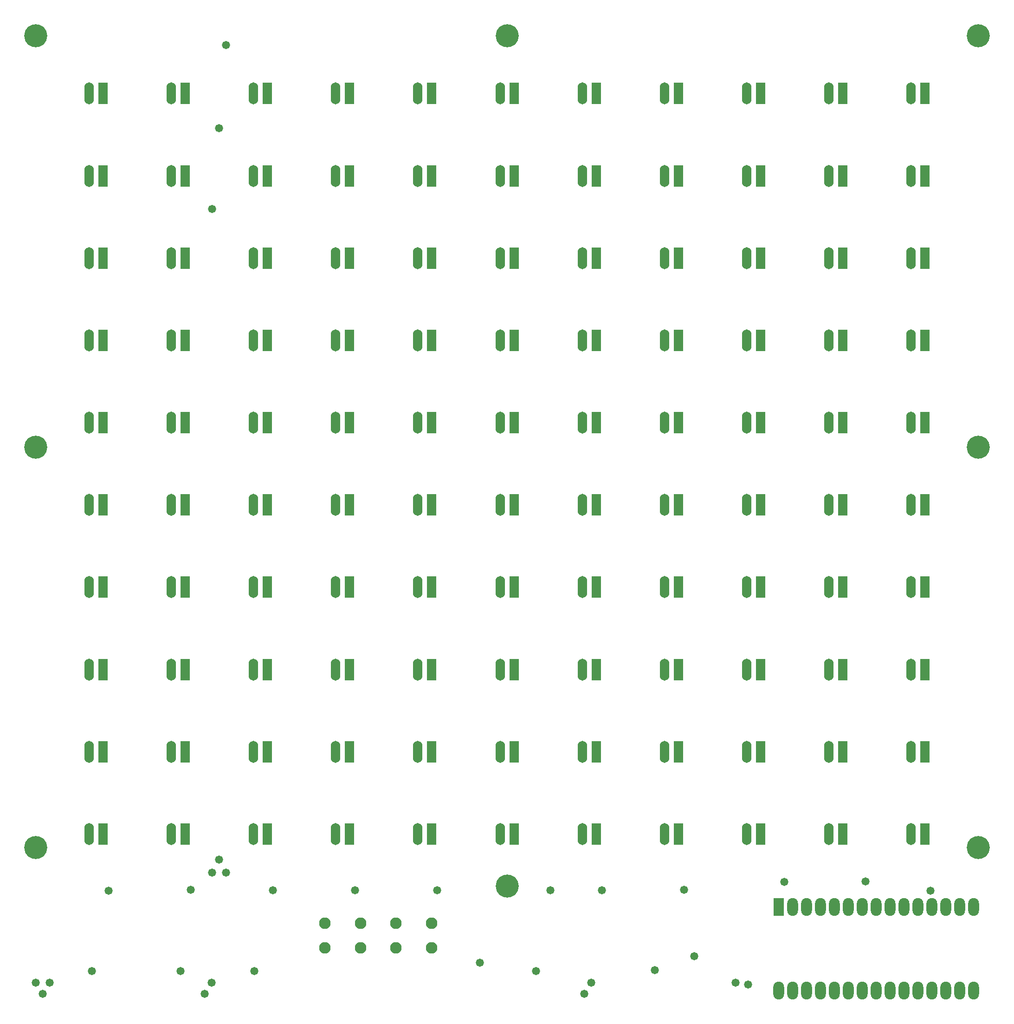
<source format=gbs>
G04 Layer_Color=16711935*
%FSLAX25Y25*%
%MOIN*%
G70*
G01*
G75*
%ADD28R,0.06800X0.15800*%
%ADD29O,0.06800X0.15800*%
%ADD30C,0.08300*%
%ADD31C,0.16548*%
%ADD32O,0.07800X0.12800*%
%ADD33R,0.07800X0.12800*%
%ADD34C,0.05800*%
D28*
X-290276Y265748D02*
D03*
X-231221D02*
D03*
X-172166D02*
D03*
X-113111D02*
D03*
X-54056D02*
D03*
X5000D02*
D03*
X64055D02*
D03*
X123110D02*
D03*
X182165D02*
D03*
X241220D02*
D03*
X300275D02*
D03*
X-290276Y206693D02*
D03*
X-231221Y206693D02*
D03*
X-172166Y206693D02*
D03*
X-113111D02*
D03*
X-54056D02*
D03*
X5000D02*
D03*
X64055D02*
D03*
X123110D02*
D03*
X182165D02*
D03*
X241220D02*
D03*
X300275D02*
D03*
X-290276Y147638D02*
D03*
X-231221D02*
D03*
X-172166D02*
D03*
X-113111D02*
D03*
X-54056D02*
D03*
X5000D02*
D03*
X64055D02*
D03*
X123110D02*
D03*
X182165D02*
D03*
X241220D02*
D03*
X300275D02*
D03*
X-290276Y88583D02*
D03*
X-231221D02*
D03*
X-172166D02*
D03*
X-113111D02*
D03*
X-54056D02*
D03*
X5000D02*
D03*
X64055D02*
D03*
X123110D02*
D03*
X182165D02*
D03*
X241220D02*
D03*
X300275D02*
D03*
X-290276Y29528D02*
D03*
X-231221D02*
D03*
X-172166D02*
D03*
X-113111D02*
D03*
X-54056D02*
D03*
X5000D02*
D03*
X64055D02*
D03*
X123110D02*
D03*
X182165D02*
D03*
X241220D02*
D03*
X300275D02*
D03*
X-290276Y-29528D02*
D03*
X-231221D02*
D03*
X-172166D02*
D03*
X-113111D02*
D03*
X-54056D02*
D03*
X5000D02*
D03*
X64055D02*
D03*
X123110D02*
D03*
X182165D02*
D03*
X241220D02*
D03*
X300275D02*
D03*
X-290276Y-88583D02*
D03*
X-231221D02*
D03*
X-172166D02*
D03*
X-113111D02*
D03*
X-54056D02*
D03*
X5000D02*
D03*
X64055D02*
D03*
X123110D02*
D03*
X182165D02*
D03*
X241220D02*
D03*
X300275D02*
D03*
X-290276Y-147638D02*
D03*
X-231221D02*
D03*
X-172166D02*
D03*
X-113111D02*
D03*
X-54056D02*
D03*
X5000D02*
D03*
X64055D02*
D03*
X123110D02*
D03*
X182165D02*
D03*
X241220D02*
D03*
X300275D02*
D03*
X-290276Y-206693D02*
D03*
X-231221D02*
D03*
X-172166D02*
D03*
X-113111D02*
D03*
X-54056D02*
D03*
X5000D02*
D03*
X64055D02*
D03*
X123110D02*
D03*
X182165D02*
D03*
X241220D02*
D03*
X300275D02*
D03*
X-290276Y-265748D02*
D03*
X-231221D02*
D03*
X-172166D02*
D03*
X-113111D02*
D03*
X-54056D02*
D03*
X5000D02*
D03*
X64055D02*
D03*
X123110D02*
D03*
X182165D02*
D03*
X241220D02*
D03*
X300275D02*
D03*
D29*
X-300276Y265748D02*
D03*
X-241221D02*
D03*
X-182166D02*
D03*
X-123111D02*
D03*
X-64056D02*
D03*
X-5000D02*
D03*
X54055D02*
D03*
X113110D02*
D03*
X172165D02*
D03*
X231220D02*
D03*
X290275D02*
D03*
X-300276Y206693D02*
D03*
X-241221Y206693D02*
D03*
X-182166Y206693D02*
D03*
X-123111D02*
D03*
X-64056D02*
D03*
X-5000D02*
D03*
X54055D02*
D03*
X113110D02*
D03*
X172165D02*
D03*
X231220D02*
D03*
X290275D02*
D03*
X-300276Y147638D02*
D03*
X-241221D02*
D03*
X-182166D02*
D03*
X-123111D02*
D03*
X-64056D02*
D03*
X-5000D02*
D03*
X54055D02*
D03*
X113110D02*
D03*
X172165D02*
D03*
X231220D02*
D03*
X290275D02*
D03*
X-300276Y88583D02*
D03*
X-241221D02*
D03*
X-182166D02*
D03*
X-123111D02*
D03*
X-64056D02*
D03*
X-5000D02*
D03*
X54055D02*
D03*
X113110D02*
D03*
X172165D02*
D03*
X231220D02*
D03*
X290275D02*
D03*
X-300276Y29528D02*
D03*
X-241221D02*
D03*
X-182166D02*
D03*
X-123111D02*
D03*
X-64056D02*
D03*
X-5000D02*
D03*
X54055D02*
D03*
X113110D02*
D03*
X172165D02*
D03*
X231220D02*
D03*
X290275D02*
D03*
X-300276Y-29528D02*
D03*
X-241221D02*
D03*
X-182166D02*
D03*
X-123111D02*
D03*
X-64056D02*
D03*
X-5000D02*
D03*
X54055D02*
D03*
X113110D02*
D03*
X172165D02*
D03*
X231220D02*
D03*
X290275D02*
D03*
X-300276Y-88583D02*
D03*
X-241221D02*
D03*
X-182166D02*
D03*
X-123111D02*
D03*
X-64056D02*
D03*
X-5000D02*
D03*
X54055D02*
D03*
X113110D02*
D03*
X172165D02*
D03*
X231220D02*
D03*
X290275D02*
D03*
X-300276Y-147638D02*
D03*
X-241221D02*
D03*
X-182166D02*
D03*
X-123111D02*
D03*
X-64056D02*
D03*
X-5000D02*
D03*
X54055D02*
D03*
X113110D02*
D03*
X172165D02*
D03*
X231220D02*
D03*
X290275D02*
D03*
X-300276Y-206693D02*
D03*
X-241221D02*
D03*
X-182166D02*
D03*
X-123111D02*
D03*
X-64056D02*
D03*
X-5000D02*
D03*
X54055D02*
D03*
X113110D02*
D03*
X172165D02*
D03*
X231220D02*
D03*
X290275D02*
D03*
X-300276Y-265748D02*
D03*
X-241221D02*
D03*
X-182166D02*
D03*
X-123111D02*
D03*
X-64056D02*
D03*
X-5000D02*
D03*
X54055D02*
D03*
X113110D02*
D03*
X172165D02*
D03*
X231220D02*
D03*
X290275D02*
D03*
D30*
X-79724Y-347441D02*
D03*
X-54134D02*
D03*
X-79724Y-329724D02*
D03*
X-54134D02*
D03*
X-130905Y-347441D02*
D03*
X-105315D02*
D03*
X-130905Y-329724D02*
D03*
X-105315D02*
D03*
D31*
X-338583Y307087D02*
D03*
X338583D02*
D03*
Y-275590D02*
D03*
X-338583D02*
D03*
X0Y307087D02*
D03*
X-338583Y11811D02*
D03*
X338583D02*
D03*
X0Y-303150D02*
D03*
D32*
X195200Y-378200D02*
D03*
X205200D02*
D03*
X215200D02*
D03*
X225200D02*
D03*
X235200D02*
D03*
X245200D02*
D03*
X255200D02*
D03*
X265200D02*
D03*
X275200D02*
D03*
X285200D02*
D03*
X295200D02*
D03*
X305200D02*
D03*
X315200D02*
D03*
X325200D02*
D03*
X335200D02*
D03*
X205200Y-318200D02*
D03*
X215200D02*
D03*
X225200D02*
D03*
X245200D02*
D03*
X235200D02*
D03*
X265200D02*
D03*
X255200D02*
D03*
X285200D02*
D03*
X275200D02*
D03*
X305200D02*
D03*
X295200D02*
D03*
X325200D02*
D03*
X315200D02*
D03*
X335200D02*
D03*
D33*
X195200D02*
D03*
D34*
X106200Y-363300D02*
D03*
X257300Y-299700D02*
D03*
X173000Y-373700D02*
D03*
X164000Y-372323D02*
D03*
X134500Y-353500D02*
D03*
X-212177Y-372323D02*
D03*
X-328677D02*
D03*
X-298177Y-364000D02*
D03*
X-338677Y-372323D02*
D03*
X-234677Y-364000D02*
D03*
X199000Y-300000D02*
D03*
X-286311Y-306276D02*
D03*
X-227256Y-305760D02*
D03*
X-168201Y-306260D02*
D03*
X-109146D02*
D03*
X-50091D02*
D03*
X68020D02*
D03*
X127075Y-305760D02*
D03*
X304240Y-306276D02*
D03*
X20823Y-364000D02*
D03*
X-181677D02*
D03*
X-207000Y241000D02*
D03*
X-202000Y300500D02*
D03*
X-212035Y182965D02*
D03*
X-19500Y-358000D02*
D03*
X31000Y-306000D02*
D03*
X-207000Y-284000D02*
D03*
X-202000Y-293500D02*
D03*
X-212000D02*
D03*
X60323Y-372323D02*
D03*
X55300Y-380400D02*
D03*
X-217200Y-380500D02*
D03*
X-333700D02*
D03*
M02*

</source>
